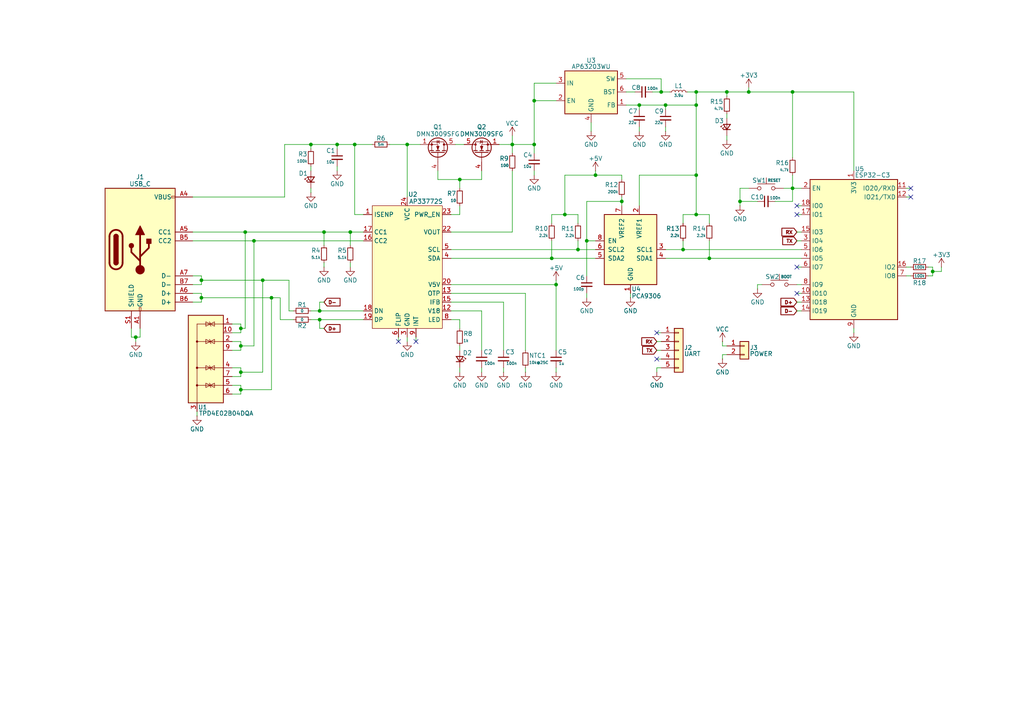
<source format=kicad_sch>
(kicad_sch (version 20231120) (generator "eeschema") (generator_version "8.0")
  (paper "A4")
  (title_block (title "ESP 32 Thermal Printer"))
  (lib_symbols
    (symbol "AP33772S:AP33772S"
      (property "Reference" "U4" (at 0.254 19.05 0))
      (property "Value" "~" (at 2.1941 19.05 0))
      (symbol "AP33772S_1_1"
        (pin bidirectional line (at -12.7 15.24 0) (length 2.54) (name "ISENP") (number "1"))
        (pin no_connect line (at -22.86 -31.75 180) (length 2.54) hide (name "NC") (number "10"))
        (pin no_connect line (at -22.86 -29.21 180) (length 2.54) hide (name "NC") (number "11"))
        (pin power_out line (at 12.7 -12.7 180) (length 2.54) (name "V18") (number "12"))
        (pin bidirectional line (at 12.7 -7.62 180) (length 2.54) (name "OTP") (number "13"))
        (pin no_connect line (at -22.86 -26.67 180) (length 2.54) hide (name "NC") (number "14"))
        (pin input line (at 12.7 -10.16 180) (length 2.54) (name "IFB") (number "15"))
        (pin bidirectional line (at -12.7 7.62 0) (length 2.54) (name "CC2") (number "16"))
        (pin bidirectional line (at -12.7 10.16 0) (length 2.54) (name "CC1") (number "17"))
        (pin bidirectional line (at -12.7 -12.7 0) (length 2.54) (name "DN") (number "18"))
        (pin bidirectional line (at -12.7 -15.24 0) (length 2.54) (name "DP") (number "19"))
        (pin no_connect line (at -22.86 -36.83 180) (length 2.54) hide (name "NC") (number "2"))
        (pin power_out line (at 12.7 -5.08 180) (length 2.54) (name "V5V") (number "20"))
        (pin no_connect line (at -22.86 -24.13 180) (length 2.54) hide (name "NC") (number "21"))
        (pin power_in line (at 12.7 10.16 180) (length 2.54) (name "VOUT") (number "22"))
        (pin power_in line (at 12.7 15.24 180) (length 2.54) (name "PWR_EN") (number "23"))
        (pin power_in line (at 0 20.32 270) (length 2.54) (name "VCC") (number "24"))
        (pin passive line (at 0 -20.32 90) (length 2.54) hide (name "GND") (number "25"))
        (pin power_in line (at 0 -20.32 90) (length 2.54) (name "GND") (number "3"))
        (pin bidirectional line (at 12.7 2.54 180) (length 2.54) (name "SDA") (number "4"))
        (pin bidirectional line (at 12.7 5.08 180) (length 2.54) (name "SCL") (number "5"))
        (pin bidirectional line (at -2.54 -20.32 90) (length 2.54) (name "FLIP") (number "6"))
        (pin no_connect line (at -22.86 -34.29 180) (length 2.54) hide (name "NC") (number "7"))
        (pin bidirectional line (at 12.7 -15.24 180) (length 2.54) (name "LED") (number "8"))
        (pin bidirectional line (at 2.54 -20.32 90) (length 2.54) (name "INT") (number "9"))
      )
    )
    (symbol "Connector:USB_C_Receptacle_USB2.0_14P" (pin_names (offset 1.016))
      (property "Reference" "J1" (at 0 21.082 0))
      (property "Value" "USB_C" (at 0 19.05 0))
      (symbol "USB_C_Receptacle_USB2.0_14P_1_1"
        (pin passive line (at 0 -22.86 90) (length 5.08) (name "GND") (number "A1"))
        (pin passive line (at 0 -22.86 90) (length 5.08) hide (name "GND") (number "A12"))
        (pin passive line (at 15.24 15.24 180) (length 5.08) (name "VBUS") (number "A4"))
        (pin bidirectional line (at 15.24 5.08 180) (length 5.08) (name "CC1") (number "A5"))
        (pin bidirectional line (at 15.24 -12.7 180) (length 5.08) (name "D+") (number "A6"))
        (pin bidirectional line (at 15.24 -7.62 180) (length 5.08) (name "D-") (number "A7"))
        (pin passive line (at 15.24 15.24 180) (length 5.08) hide (name "VBUS") (number "A9"))
        (pin passive line (at 0 -22.86 90) (length 5.08) hide (name "GND") (number "B1"))
        (pin passive line (at 0 -22.86 90) (length 5.08) hide (name "GND") (number "B12"))
        (pin passive line (at 15.24 15.24 180) (length 5.08) hide (name "VBUS") (number "B4"))
        (pin bidirectional line (at 15.24 2.54 180) (length 5.08) (name "CC2") (number "B5"))
        (pin bidirectional line (at 15.24 -15.24 180) (length 5.08) (name "D+") (number "B6"))
        (pin bidirectional line (at 15.24 -10.16 180) (length 5.08) (name "D-") (number "B7"))
        (pin passive line (at 15.24 15.24 180) (length 5.08) hide (name "VBUS") (number "B9"))
        (pin passive line (at -2.54 -22.86 90) (length 5.08) (name "SHIELD") (number "S1"))
      )
    )
    (symbol "Connector_Generic:Conn_01x02" (pin_names (offset 1.016) hide)
      (property "Reference" "J" (at 0 2.54 0))
      (property "Value" "Conn_01x02" (at 0 -5.08 0))
      (symbol "Conn_01x02_1_1"
        (pin passive line (at -5.08 0 0) (length 3.81) (name "Pin_1") (number "1"))
        (pin passive line (at -5.08 -2.54 0) (length 3.81) (name "Pin_2") (number "2"))
      )
    )
    (symbol "Connector_Generic:Conn_01x05" (pin_names (offset 1.016) hide)
      (property "Reference" "J" (at 0 7.62 0))
      (property "Value" "Conn_01x05" (at 0 -7.62 0))
      (symbol "Conn_01x05_1_1"
        (pin passive line (at -5.08 5.08 0) (length 3.81) (name "Pin_1") (number "1"))
        (pin passive line (at -5.08 2.54 0) (length 3.81) (name "Pin_2") (number "2"))
        (pin passive line (at -5.08 0 0) (length 3.81) (name "Pin_3") (number "3"))
        (pin passive line (at -5.08 -2.54 0) (length 3.81) (name "Pin_4") (number "4"))
        (pin passive line (at -5.08 -5.08 0) (length 3.81) (name "Pin_5") (number "5"))
      )
    )
    (symbol "Device:C_Small" (pin_numbers hide) (pin_names (offset 0.254) hide)
      (property "Reference" "C" (at 0.254 1.778 0))
      (property "Value" "C_Small" (at 0.254 -2.032 0))
      (symbol "C_Small_1_1"
        (pin passive line (at 0 2.54 270) (length 2.032) (name "~") (number "1"))
        (pin passive line (at 0 -2.54 90) (length 2.032) (name "~") (number "2"))
      )
    )
    (symbol "Device:LED_Small" (pin_numbers hide) (pin_names (offset 0.254) hide)
      (property "Reference" "D" (at -1.27 3.175 0))
      (property "Value" "LED_Small" (at -4.445 -2.54 0))
      (symbol "LED_Small_1_1"
        (pin passive line (at -2.54 0 0) (length 1.778) (name "K") (number "1"))
        (pin passive line (at 2.54 0 180) (length 1.778) (name "A") (number "2"))
      )
    )
    (symbol "Device:L_Small" (pin_numbers hide) (pin_names (offset 0.254) hide)
      (property "Reference" "L" (at 0.762 1.016 0))
      (property "Value" "L_Small" (at 0.762 -1.016 0))
      (symbol "L_Small_1_1"
        (pin passive line (at 0 2.54 270) (length 0.508) (name "~") (number "1"))
        (pin passive line (at 0 -2.54 90) (length 0.508) (name "~") (number "2"))
      )
    )
    (symbol "Device:R_Small" (pin_numbers hide) (pin_names (offset 0.254) hide)
      (property "Reference" "R" (at 0.762 0.508 0))
      (property "Value" "R_Small" (at 0.762 -1.016 0))
      (symbol "R_Small_1_1"
        (pin passive line (at 0 2.54 270) (length 0.762) (name "~") (number "1"))
        (pin passive line (at 0 -2.54 90) (length 0.762) (name "~") (number "2"))
      )
    )
    (symbol "Interface:PCA9306" (pin_names (offset 1.016))
      (property "Reference" "U" (at -7.62 11.43 0))
      (property "Value" "PCA9306" (at 5.08 11.43 0))
      (symbol "PCA9306_1_1"
        (pin power_in line (at 0 -12.7 90) (length 2.54) (name "GND") (number "1"))
        (pin power_in line (at -2.54 12.7 270) (length 2.54) (name "VREF1") (number "2"))
        (pin bidirectional line (at -10.16 0 0) (length 2.54) (name "SCL1") (number "3"))
        (pin bidirectional line (at -10.16 -2.54 0) (length 2.54) (name "SDA1") (number "4"))
        (pin bidirectional line (at 10.16 -2.54 180) (length 2.54) (name "SDA2") (number "5"))
        (pin bidirectional line (at 10.16 0 180) (length 2.54) (name "SCL2") (number "6"))
        (pin power_in line (at 2.54 12.7 270) (length 2.54) (name "VREF2") (number "7"))
        (pin input line (at 10.16 2.54 180) (length 2.54) (name "EN") (number "8"))
      )
    )
    (symbol "Power_Protection:TPD4E02B04DQA" (pin_names hide)
      (property "Reference" "U" (at 2.54 -11.43 0))
      (property "Value" "TPD4E02B04DQA" (at 7.62 1.905 0))
      (symbol "TPD4E02B04DQA_0_0"
        (pin passive line (at 2.54 -15.24 90) (length 2.54) (name "G") (number "3"))
      )
      (symbol "TPD4E02B04DQA_1_1"
        (pin passive line (at -7.62 10.16 0) (length 2.54) (name "IO1") (number "1"))
        (pin free line (at -7.62 7.62 0) (length 2.54) (name "NC") (number "10"))
        (pin passive line (at -7.62 5.08 0) (length 2.54) (name "IO2") (number "2"))
        (pin passive line (at -7.62 -2.54 0) (length 2.54) (name "IO3") (number "4"))
        (pin passive line (at -7.62 -7.62 0) (length 2.54) (name "IO4") (number "5"))
        (pin free line (at -7.62 -10.16 0) (length 2.54) (name "NC") (number "6"))
        (pin free line (at -7.62 -5.08 0) (length 2.54) (name "NC") (number "7"))
        (pin passive line (at 2.54 -15.24 90) (length 2.54) hide (name "G") (number "8"))
        (pin free line (at -7.62 2.54 0) (length 2.54) (name "NC") (number "9"))
      )
    )
    (symbol "RF_Module:ESP32-C3-WROOM-02"
      (property "Reference" "U5" (at 0.254 23.368 0))
      (property "Value" "ESP32-C3" (at 0.254 21.59 0))
      (symbol "ESP32-C3-WROOM-02_1_1"
        (pin power_in line (at 0 22.86 270) (length 2.54) (name "3V3") (number "1"))
        (pin bidirectional line (at -15.24 -12.7 0) (length 2.54) (name "IO10") (number "10"))
        (pin bidirectional line (at 15.24 17.78 180) (length 2.54) (name "IO20/RXD") (number "11"))
        (pin bidirectional line (at 15.24 15.24 180) (length 2.54) (name "IO21/TXD") (number "12"))
        (pin bidirectional line (at -15.24 -15.24 0) (length 2.54) (name "IO18") (number "13"))
        (pin bidirectional line (at -15.24 -17.78 0) (length 2.54) (name "IO19") (number "14"))
        (pin bidirectional line (at -15.24 5.08 0) (length 2.54) (name "IO3") (number "15"))
        (pin bidirectional line (at 15.24 -5.08 180) (length 2.54) (name "IO2") (number "16"))
        (pin bidirectional line (at -15.24 10.16 0) (length 2.54) (name "IO1") (number "17"))
        (pin bidirectional line (at -15.24 12.7 0) (length 2.54) (name "IO0") (number "18"))
        (pin passive line (at 0 -22.86 90) (length 2.54) hide (name "GND") (number "19"))
        (pin input line (at -15.24 17.78 0) (length 2.54) (name "EN") (number "2"))
        (pin bidirectional line (at -15.24 2.54 0) (length 2.54) (name "IO4") (number "3"))
        (pin bidirectional line (at -15.24 -2.54 0) (length 2.54) (name "IO5") (number "4"))
        (pin bidirectional line (at -15.24 0 0) (length 2.54) (name "IO6") (number "5"))
        (pin bidirectional line (at -15.24 -5.08 0) (length 2.54) (name "IO7") (number "6"))
        (pin bidirectional line (at 15.24 -7.62 180) (length 2.54) (name "IO8") (number "7"))
        (pin bidirectional line (at -15.24 -10.16 0) (length 2.54) (name "IO9") (number "8"))
        (pin power_in line (at 0 -22.86 90) (length 2.54) (name "GND") (number "9"))
      )
    )
    (symbol "Regulator_Switching:AP63203WU"
      (property "Reference" "U1" (at 0 10.16 0))
      (property "Value" "AP63203WU" (at 0 7.62 0))
      (symbol "AP63203WU_1_1"
        (pin input line (at 10.16 -3.81 180) (length 2.54) (name "FB") (number "1"))
        (pin input line (at -10.16 -2.54 0) (length 2.54) (name "EN") (number "2"))
        (pin power_in line (at -10.16 2.54 0) (length 2.54) (name "IN") (number "3"))
        (pin power_in line (at 0 -8.89 90) (length 2.54) (name "GND") (number "4"))
        (pin output line (at 10.16 3.81 180) (length 2.54) (name "SW") (number "5"))
        (pin passive line (at 10.16 0 180) (length 2.54) (name "BST") (number "6"))
      )
    )
    (symbol "Switch:SW_Push" (pin_numbers hide) (pin_names (offset 1.016) hide)
      (property "Reference" "SW" (at 1.27 2.54 0))
      (property "Value" "SW_Push" (at 0 -1.524 0))
      (symbol "SW_Push_0_1"
        (pin passive line (at -5.08 0 0) (length 2.54) (name "1") (number "1"))
        (pin passive line (at 5.08 0 180) (length 2.54) (name "2") (number "2"))
      )
    )
    (symbol "Transistor_FET:DMN3008SFG" (pin_names hide)
      (property "Reference" "Q" (at 5.08 1.905 0))
      (property "Value" "DMN3008SFG" (at 5.08 0 0))
      (symbol "DMN3008SFG_1_1"
        (pin passive line (at 2.54 -5.08 90) (length 2.54) (name "S") (number "1"))
        (pin passive line (at 2.54 -5.08 90) (length 2.54) hide (name "S") (number "2"))
        (pin passive line (at 2.54 -5.08 90) (length 2.54) hide (name "S") (number "3"))
        (pin passive line (at -5.08 0 0) (length 2.54) (name "G") (number "4"))
        (pin passive line (at 2.54 5.08 270) (length 2.54) (name "D") (number "5"))
      )
    )
    (symbol "power:+3V3" (power) (pin_numbers hide) (pin_names (offset 0) hide)
      (property "Value" "+3V3" (at 0 3.556 0))
      (symbol "+3V3_1_1"
        (pin power_in line (at 0 0 90) (length 0) (name "~") (number "1"))
      )
    )
    (symbol "power:+5V" (power) (pin_numbers hide) (pin_names (offset 0) hide)
      (property "Value" "+5V" (at 0 3.556 0))
      (symbol "+5V_1_1"
        (pin power_in line (at 0 0 90) (length 0) (name "~") (number "1"))
      )
    )
    (symbol "power:GND" (power) (pin_numbers hide) (pin_names (offset 0) hide)
      (property "Value" "GND" (at 0 -3.81 0))
      (symbol "GND_1_1"
        (pin power_in line (at 0 0 270) (length 0) (name "~") (number "1"))
      )
    )
    (symbol "power:VCC" (power) (pin_numbers hide) (pin_names (offset 0) hide)
      (property "Value" "VCC" (at 0 3.556 0))
      (symbol "VCC_1_1"
        (pin power_in line (at 0 0 90) (length 0) (name "~") (number "1"))
      )
    )
  )
  (junction (at 161.29 82.55))
  (junction (at 270.51 78.74))
  (junction (at 101.6 67.31))
  (junction (at 185.42 30.48))
  (junction (at 167.64 72.39))
  (junction (at 93.98 67.31))
  (junction (at 229.87 26.67))
  (junction (at 78.74 86.36))
  (junction (at 58.42 81.28))
  (junction (at 191.77 26.67))
  (junction (at 73.66 69.85))
  (junction (at 148.59 41.91))
  (junction (at 198.12 72.39))
  (junction (at 39.37 97.79))
  (junction (at 160.02 74.93))
  (junction (at 172.72 50.8))
  (junction (at 229.87 54.61))
  (junction (at 76.2 81.28))
  (junction (at 201.93 30.48))
  (junction (at 58.42 86.36))
  (junction (at 71.12 67.31))
  (junction (at 69.85 95.25))
  (junction (at 90.17 41.91))
  (junction (at 102.87 41.91))
  (junction (at 118.11 41.91))
  (junction (at 210.82 26.67))
  (junction (at 154.94 41.91))
  (junction (at 133.35 52.07))
  (junction (at 69.85 113.03))
  (junction (at 201.93 50.8))
  (junction (at 217.17 26.67))
  (junction (at 214.63 58.42))
  (junction (at 163.83 62.23))
  (junction (at 92.71 92.71))
  (junction (at 180.34 58.42))
  (junction (at 170.18 69.85))
  (junction (at 69.85 100.33))
  (junction (at 193.04 30.48))
  (junction (at 92.71 90.17))
  (junction (at 69.85 107.95))
  (junction (at 97.79 41.91))
  (junction (at 201.93 62.23))
  (junction (at 205.74 74.93))
  (junction (at 154.94 29.21))
  (junction (at 201.93 26.67))
  (no_connect (at 264.16 57.15))
  (no_connect (at 190.5 96.52))
  (no_connect (at 231.14 59.69))
  (no_connect (at 190.5 104.14))
  (no_connect (at 120.65 99.06))
  (no_connect (at 264.16 54.61))
  (no_connect (at 231.14 77.47))
  (no_connect (at 231.14 62.23))
  (no_connect (at 231.14 85.09))
  (no_connect (at 115.57 99.06))
  (wire (pts (xy 115.57 97.79) (xy 115.57 99.06)))
  (wire (pts (xy 92.71 92.71) (xy 105.41 92.71)))
  (wire (pts (xy 185.42 30.48) (xy 185.42 31.75)))
  (wire (pts (xy 247.65 95.25) (xy 247.65 96.52)))
  (wire (pts (xy 97.79 41.91) (xy 97.79 43.18)))
  (wire (pts (xy 205.74 69.85) (xy 205.74 74.93)))
  (wire (pts (xy 132.08 41.91) (xy 134.62 41.91)))
  (wire (pts (xy 170.18 69.85) (xy 170.18 80.01)))
  (wire (pts (xy 118.11 41.91) (xy 118.11 57.15)))
  (wire (pts (xy 130.81 72.39) (xy 167.64 72.39)))
  (wire (pts (xy 231.14 77.47) (xy 232.41 77.47)))
  (wire (pts (xy 229.87 26.67) (xy 229.87 45.72)))
  (wire (pts (xy 154.94 41.91) (xy 154.94 44.45)))
  (wire (pts (xy 163.83 50.8) (xy 163.83 62.23)))
  (wire (pts (xy 73.66 69.85) (xy 105.41 69.85)))
  (wire (pts (xy 185.42 36.83) (xy 185.42 38.1)))
  (wire (pts (xy 180.34 57.15) (xy 180.34 58.42)))
  (wire (pts (xy 69.85 101.6) (xy 69.85 100.33)))
  (wire (pts (xy 273.05 78.74) (xy 273.05 77.47)))
  (wire (pts (xy 69.85 100.33) (xy 73.66 100.33)))
  (wire (pts (xy 160.02 62.23) (xy 163.83 62.23)))
  (wire (pts (xy 205.74 64.77) (xy 205.74 62.23)))
  (wire (pts (xy 214.63 58.42) (xy 214.63 59.69)))
  (wire (pts (xy 193.04 72.39) (xy 198.12 72.39)))
  (wire (pts (xy 209.55 102.87) (xy 209.55 104.14)))
  (wire (pts (xy 93.98 87.63) (xy 92.71 87.63)))
  (wire (pts (xy 133.35 92.71) (xy 133.35 95.25)))
  (wire (pts (xy 148.59 41.91) (xy 148.59 44.45)))
  (wire (pts (xy 270.51 78.74) (xy 270.51 77.47)))
  (wire (pts (xy 38.1 95.25) (xy 38.1 97.79)))
  (wire (pts (xy 69.85 114.3) (xy 69.85 113.03)))
  (wire (pts (xy 148.59 41.91) (xy 154.94 41.91)))
  (wire (pts (xy 38.1 97.79) (xy 39.37 97.79)))
  (wire (pts (xy 58.42 87.63) (xy 55.88 87.63)))
  (wire (pts (xy 92.71 92.71) (xy 92.71 95.25)))
  (wire (pts (xy 154.94 49.53) (xy 154.94 50.8)))
  (wire (pts (xy 193.04 30.48) (xy 193.04 31.75)))
  (wire (pts (xy 67.31 93.98) (xy 69.85 93.98)))
  (wire (pts (xy 139.7 101.6) (xy 139.7 90.17)))
  (wire (pts (xy 191.77 22.86) (xy 191.77 26.67)))
  (wire (pts (xy 85.09 90.17) (xy 83.82 90.17)))
  (wire (pts (xy 210.82 33.02) (xy 210.82 34.29)))
  (wire (pts (xy 190.5 104.14) (xy 191.77 104.14)))
  (wire (pts (xy 167.64 62.23) (xy 167.64 64.77)))
  (wire (pts (xy 130.81 87.63) (xy 146.05 87.63)))
  (wire (pts (xy 127 49.53) (xy 127 52.07)))
  (wire (pts (xy 133.35 52.07) (xy 133.35 54.61)))
  (wire (pts (xy 67.31 111.76) (xy 69.85 111.76)))
  (wire (pts (xy 180.34 50.8) (xy 180.34 52.07)))
  (wire (pts (xy 101.6 76.2) (xy 101.6 77.47)))
  (wire (pts (xy 102.87 41.91) (xy 102.87 62.23)))
  (wire (pts (xy 163.83 62.23) (xy 167.64 62.23)))
  (wire (pts (xy 161.29 101.6) (xy 161.29 82.55)))
  (wire (pts (xy 69.85 95.25) (xy 71.12 95.25)))
  (wire (pts (xy 170.18 85.09) (xy 170.18 86.36)))
  (wire (pts (xy 205.74 74.93) (xy 232.41 74.93)))
  (wire (pts (xy 130.81 92.71) (xy 133.35 92.71)))
  (wire (pts (xy 231.14 67.31) (xy 232.41 67.31)))
  (wire (pts (xy 231.14 87.63) (xy 232.41 87.63)))
  (wire (pts (xy 127 52.07) (xy 133.35 52.07)))
  (wire (pts (xy 144.78 41.91) (xy 148.59 41.91)))
  (wire (pts (xy 92.71 95.25) (xy 93.98 95.25)))
  (wire (pts (xy 67.31 99.06) (xy 69.85 99.06)))
  (wire (pts (xy 139.7 52.07) (xy 139.7 49.53)))
  (wire (pts (xy 229.87 58.42) (xy 229.87 54.61)))
  (wire (pts (xy 172.72 49.53) (xy 172.72 50.8)))
  (wire (pts (xy 231.14 69.85) (xy 232.41 69.85)))
  (wire (pts (xy 161.29 81.28) (xy 161.29 82.55)))
  (wire (pts (xy 160.02 69.85) (xy 160.02 74.93)))
  (wire (pts (xy 101.6 67.31) (xy 105.41 67.31)))
  (wire (pts (xy 133.35 62.23) (xy 130.81 62.23)))
  (wire (pts (xy 163.83 50.8) (xy 172.72 50.8)))
  (wire (pts (xy 58.42 81.28) (xy 58.42 82.55)))
  (wire (pts (xy 69.85 113.03) (xy 78.74 113.03)))
  (wire (pts (xy 210.82 26.67) (xy 210.82 27.94)))
  (wire (pts (xy 93.98 67.31) (xy 101.6 67.31)))
  (wire (pts (xy 160.02 74.93) (xy 172.72 74.93)))
  (wire (pts (xy 57.15 119.38) (xy 57.15 120.65)))
  (wire (pts (xy 58.42 81.28) (xy 76.2 81.28)))
  (wire (pts (xy 118.11 97.79) (xy 118.11 99.06)))
  (wire (pts (xy 67.31 96.52) (xy 69.85 96.52)))
  (wire (pts (xy 152.4 85.09) (xy 152.4 101.6)))
  (wire (pts (xy 227.33 54.61) (xy 229.87 54.61)))
  (wire (pts (xy 93.98 76.2) (xy 93.98 77.47)))
  (wire (pts (xy 83.82 90.17) (xy 83.82 81.28)))
  (wire (pts (xy 205.74 62.23) (xy 201.93 62.23)))
  (wire (pts (xy 133.35 59.69) (xy 133.35 62.23)))
  (wire (pts (xy 139.7 106.68) (xy 139.7 107.95)))
  (wire (pts (xy 55.88 80.01) (xy 58.42 80.01)))
  (wire (pts (xy 55.88 67.31) (xy 71.12 67.31)))
  (wire (pts (xy 146.05 87.63) (xy 146.05 101.6)))
  (wire (pts (xy 190.5 96.52) (xy 191.77 96.52)))
  (wire (pts (xy 90.17 48.26) (xy 90.17 49.53)))
  (wire (pts (xy 90.17 41.91) (xy 90.17 43.18)))
  (wire (pts (xy 90.17 41.91) (xy 97.79 41.91)))
  (wire (pts (xy 219.71 82.55) (xy 219.71 83.82)))
  (wire (pts (xy 93.98 67.31) (xy 93.98 71.12)))
  (wire (pts (xy 78.74 86.36) (xy 78.74 113.03)))
  (wire (pts (xy 231.14 59.69) (xy 232.41 59.69)))
  (wire (pts (xy 185.42 30.48) (xy 193.04 30.48)))
  (wire (pts (xy 130.81 85.09) (xy 152.4 85.09)))
  (wire (pts (xy 201.93 26.67) (xy 201.93 30.48)))
  (wire (pts (xy 224.79 58.42) (xy 229.87 58.42)))
  (wire (pts (xy 201.93 62.23) (xy 198.12 62.23)))
  (wire (pts (xy 133.35 52.07) (xy 139.7 52.07)))
  (wire (pts (xy 130.81 74.93) (xy 160.02 74.93)))
  (wire (pts (xy 201.93 26.67) (xy 210.82 26.67)))
  (wire (pts (xy 201.93 30.48) (xy 201.93 50.8)))
  (wire (pts (xy 214.63 54.61) (xy 217.17 54.61)))
  (wire (pts (xy 81.28 86.36) (xy 81.28 92.71)))
  (wire (pts (xy 40.64 95.25) (xy 40.64 97.79)))
  (wire (pts (xy 190.5 101.6) (xy 191.77 101.6)))
  (wire (pts (xy 191.77 106.68) (xy 190.5 106.68)))
  (wire (pts (xy 190.5 106.68) (xy 190.5 107.95)))
  (wire (pts (xy 67.31 101.6) (xy 69.85 101.6)))
  (wire (pts (xy 82.55 41.91) (xy 90.17 41.91)))
  (wire (pts (xy 69.85 95.25) (xy 69.85 93.98)))
  (wire (pts (xy 262.89 77.47) (xy 264.16 77.47)))
  (wire (pts (xy 182.88 85.09) (xy 182.88 86.36)))
  (wire (pts (xy 210.82 39.37) (xy 210.82 40.64)))
  (wire (pts (xy 69.85 107.95) (xy 69.85 106.68)))
  (wire (pts (xy 181.61 22.86) (xy 191.77 22.86)))
  (wire (pts (xy 172.72 50.8) (xy 180.34 50.8)))
  (wire (pts (xy 97.79 48.26) (xy 97.79 49.53)))
  (wire (pts (xy 130.81 67.31) (xy 148.59 67.31)))
  (wire (pts (xy 69.85 113.03) (xy 69.85 111.76)))
  (wire (pts (xy 82.55 41.91) (xy 82.55 57.15)))
  (wire (pts (xy 152.4 106.68) (xy 152.4 107.95)))
  (wire (pts (xy 193.04 30.48) (xy 201.93 30.48)))
  (wire (pts (xy 120.65 97.79) (xy 120.65 99.06)))
  (wire (pts (xy 171.45 35.56) (xy 171.45 38.1)))
  (wire (pts (xy 181.61 26.67) (xy 184.15 26.67)))
  (wire (pts (xy 217.17 26.67) (xy 229.87 26.67)))
  (wire (pts (xy 58.42 80.01) (xy 58.42 81.28)))
  (wire (pts (xy 81.28 92.71) (xy 85.09 92.71)))
  (wire (pts (xy 167.64 69.85) (xy 167.64 72.39)))
  (wire (pts (xy 270.51 78.74) (xy 273.05 78.74)))
  (wire (pts (xy 39.37 97.79) (xy 39.37 99.06)))
  (wire (pts (xy 105.41 90.17) (xy 92.71 90.17)))
  (wire (pts (xy 92.71 90.17) (xy 90.17 90.17)))
  (wire (pts (xy 154.94 24.13) (xy 161.29 24.13)))
  (wire (pts (xy 172.72 72.39) (xy 167.64 72.39)))
  (wire (pts (xy 180.34 58.42) (xy 180.34 59.69)))
  (wire (pts (xy 69.85 96.52) (xy 69.85 95.25)))
  (wire (pts (xy 231.14 62.23) (xy 232.41 62.23)))
  (wire (pts (xy 90.17 92.71) (xy 92.71 92.71)))
  (wire (pts (xy 55.88 69.85) (xy 73.66 69.85)))
  (wire (pts (xy 90.17 54.61) (xy 90.17 55.88)))
  (wire (pts (xy 190.5 99.06) (xy 191.77 99.06)))
  (wire (pts (xy 71.12 67.31) (xy 71.12 95.25)))
  (wire (pts (xy 102.87 41.91) (xy 107.95 41.91)))
  (wire (pts (xy 161.29 82.55) (xy 130.81 82.55)))
  (wire (pts (xy 69.85 100.33) (xy 69.85 99.06)))
  (wire (pts (xy 92.71 87.63) (xy 92.71 90.17)))
  (wire (pts (xy 198.12 62.23) (xy 198.12 64.77)))
  (wire (pts (xy 269.24 77.47) (xy 270.51 77.47)))
  (wire (pts (xy 78.74 86.36) (xy 81.28 86.36)))
  (wire (pts (xy 69.85 107.95) (xy 76.2 107.95)))
  (wire (pts (xy 113.03 41.91) (xy 118.11 41.91)))
  (wire (pts (xy 210.82 100.33) (xy 209.55 100.33)))
  (wire (pts (xy 209.55 99.06) (xy 209.55 100.33)))
  (wire (pts (xy 55.88 85.09) (xy 58.42 85.09)))
  (wire (pts (xy 58.42 82.55) (xy 55.88 82.55)))
  (wire (pts (xy 73.66 100.33) (xy 73.66 69.85)))
  (wire (pts (xy 67.31 114.3) (xy 69.85 114.3)))
  (wire (pts (xy 146.05 106.68) (xy 146.05 107.95)))
  (wire (pts (xy 198.12 72.39) (xy 232.41 72.39)))
  (wire (pts (xy 154.94 29.21) (xy 154.94 24.13)))
  (wire (pts (xy 133.35 106.68) (xy 133.35 107.95)))
  (wire (pts (xy 210.82 26.67) (xy 217.17 26.67)))
  (wire (pts (xy 201.93 26.67) (xy 199.39 26.67)))
  (wire (pts (xy 139.7 90.17) (xy 130.81 90.17)))
  (wire (pts (xy 214.63 58.42) (xy 214.63 54.61)))
  (wire (pts (xy 229.87 50.8) (xy 229.87 54.61)))
  (wire (pts (xy 229.87 54.61) (xy 232.41 54.61)))
  (wire (pts (xy 231.14 82.55) (xy 232.41 82.55)))
  (wire (pts (xy 219.71 58.42) (xy 214.63 58.42)))
  (wire (pts (xy 71.12 67.31) (xy 93.98 67.31)))
  (wire (pts (xy 97.79 41.91) (xy 102.87 41.91)))
  (wire (pts (xy 161.29 106.68) (xy 161.29 107.95)))
  (wire (pts (xy 231.14 90.17) (xy 232.41 90.17)))
  (wire (pts (xy 170.18 69.85) (xy 172.72 69.85)))
  (wire (pts (xy 191.77 26.67) (xy 194.31 26.67)))
  (wire (pts (xy 133.35 100.33) (xy 133.35 101.6)))
  (wire (pts (xy 160.02 64.77) (xy 160.02 62.23)))
  (wire (pts (xy 185.42 50.8) (xy 185.42 59.69)))
  (wire (pts (xy 270.51 80.01) (xy 270.51 78.74)))
  (wire (pts (xy 58.42 86.36) (xy 58.42 87.63)))
  (wire (pts (xy 67.31 106.68) (xy 69.85 106.68)))
  (wire (pts (xy 229.87 26.67) (xy 247.65 26.67)))
  (wire (pts (xy 170.18 58.42) (xy 170.18 69.85)))
  (wire (pts (xy 58.42 85.09) (xy 58.42 86.36)))
  (wire (pts (xy 198.12 69.85) (xy 198.12 72.39)))
  (wire (pts (xy 118.11 41.91) (xy 121.92 41.91)))
  (wire (pts (xy 76.2 107.95) (xy 76.2 81.28)))
  (wire (pts (xy 58.42 86.36) (xy 78.74 86.36)))
  (wire (pts (xy 231.14 85.09) (xy 232.41 85.09)))
  (wire (pts (xy 262.89 57.15) (xy 264.16 57.15)))
  (wire (pts (xy 102.87 62.23) (xy 105.41 62.23)))
  (wire (pts (xy 262.89 80.01) (xy 264.16 80.01)))
  (wire (pts (xy 217.17 25.4) (xy 217.17 26.67)))
  (wire (pts (xy 69.85 109.22) (xy 69.85 107.95)))
  (wire (pts (xy 67.31 109.22) (xy 69.85 109.22)))
  (wire (pts (xy 148.59 49.53) (xy 148.59 67.31)))
  (wire (pts (xy 247.65 49.53) (xy 247.65 26.67)))
  (wire (pts (xy 148.59 39.37) (xy 148.59 41.91)))
  (wire (pts (xy 55.88 57.15) (xy 82.55 57.15)))
  (wire (pts (xy 76.2 81.28) (xy 83.82 81.28)))
  (wire (pts (xy 269.24 80.01) (xy 270.51 80.01)))
  (wire (pts (xy 262.89 54.61) (xy 264.16 54.61)))
  (wire (pts (xy 101.6 67.31) (xy 101.6 71.12)))
  (wire (pts (xy 154.94 29.21) (xy 161.29 29.21)))
  (wire (pts (xy 210.82 102.87) (xy 209.55 102.87)))
  (wire (pts (xy 154.94 29.21) (xy 154.94 41.91)))
  (wire (pts (xy 201.93 50.8) (xy 201.93 62.23)))
  (wire (pts (xy 180.34 58.42) (xy 170.18 58.42)))
  (wire (pts (xy 193.04 74.93) (xy 205.74 74.93)))
  (wire (pts (xy 193.04 36.83) (xy 193.04 38.1)))
  (wire (pts (xy 181.61 30.48) (xy 185.42 30.48)))
  (wire (pts (xy 220.98 82.55) (xy 219.71 82.55)))
  (wire (pts (xy 39.37 97.79) (xy 40.64 97.79)))
  (wire (pts (xy 201.93 50.8) (xy 185.42 50.8)))
  (wire (pts (xy 189.23 26.67) (xy 191.77 26.67)))
  (global_label "D+" (shape input) (at 93.98 95.25 0) (effects (font (size 1 1) (thickness 0.254) (bold yes))) (property "Intersheetrefs" "${INTERSHEET_REFS}" (effects (hide yes))))
  (global_label "RX" (shape input) (at 231.14 67.31 180) (effects (font (size 1 1) (thickness 0.254) (bold yes))) (property "Intersheetrefs" "${INTERSHEET_REFS}" (effects (hide yes))))
  (global_label "TX" (shape input) (at 231.14 69.85 180) (effects (font (size 1 1) (thickness 0.254) (bold yes))) (property "Intersheetrefs" "${INTERSHEET_REFS}" (effects (hide yes))))
  (global_label "RX" (shape input) (at 190.5 99.06 180) (effects (font (size 1 1) (thickness 0.254) (bold yes))) (property "Intersheetrefs" "${INTERSHEET_REFS}" (effects (hide yes))))
  (global_label "D+" (shape input) (at 231.14 87.63 180) (effects (font (size 1 1) (thickness 0.254) (bold yes))) (property "Intersheetrefs" "${INTERSHEET_REFS}" (effects (hide yes))))
  (global_label "D-" (shape input) (at 231.14 90.17 180) (effects (font (size 1 1) (thickness 0.254) (bold yes))) (property "Intersheetrefs" "${INTERSHEET_REFS}" (effects (hide yes))))
  (global_label "D-" (shape input) (at 93.98 87.63 0) (effects (font (size 1 1) (thickness 0.254) (bold yes))) (property "Intersheetrefs" "${INTERSHEET_REFS}" (effects (hide yes))))
  (global_label "TX" (shape input) (at 190.5 101.6 180) (effects (font (size 1 1) (thickness 0.254) (bold yes))) (property "Intersheetrefs" "${INTERSHEET_REFS}" (effects (hide yes))))
  (symbol (lib_id "Transistor_FET:DMN3008SFG") (at 139.7 44.45 90) (unit 1)
    (property "Reference" "Q2" (at 139.7 36.83 90))
    (property "Value" "DMN3009SFG" (at 139.7 38.862 90))
    (property "Footprint" "Package_SON:Diodes_PowerDI3333-8" (effects (hide yes)))
    (property "Datasheet" "https://www.diodes.com/assets/Datasheets/DMN3008SFG.pdf" (effects (hide yes)))
    (property "Description" "17.6A Id, 30V Vds, N-Channel Power MOSFET, 4.4mOhm Ron, 86nC Qg (typ), PowerDI3333-8" (effects (hide yes)))
  )
  (symbol (lib_id "Interface:PCA9306") (at 182.88 72.39 0) (mirror y) (unit 1)
    (property "Reference" "U4" (at 183.134 83.82 0) (effects (justify right)))
    (property "Value" "PCA9306" (at 183.134 85.852 0) (effects (justify right)))
    (property "Datasheet" "http://www.ti.com/lit/ds/symlink/pca9306.pdf" (effects (hide yes)))
    (property "Description" "Dual bidirectional I2C Bus and SMBus voltage level translator" (effects (hide yes)))
  )
  (symbol (lib_id "power:GND") (at 190.5 107.95 0) (mirror y) (unit 1)
    (property "Reference" "#PWR028" (effects (hide yes)))
    (property "Value" "GND" (at 190.5 111.76 0))
    (property "Description" "Power symbol creates a global label with name \"GND\" , ground" (effects (hide yes)))
  )
  (symbol (lib_id "power:GND") (at 209.55 104.14 0) (mirror y) (unit 1)
    (property "Reference" "#PWR029" (effects (hide yes)))
    (property "Value" "GND" (at 209.55 107.95 0))
    (property "Description" "Power symbol creates a global label with name \"GND\" , ground" (effects (hide yes)))
  )
  (symbol (lib_id "Transistor_FET:DMN3008SFG") (at 127 44.45 270) (mirror x) (unit 1)
    (property "Reference" "Q1" (at 127 36.83 90))
    (property "Value" "DMN3009SFG" (at 127 38.862 90))
    (property "Footprint" "Package_SON:Diodes_PowerDI3333-8" (effects (hide yes)))
    (property "Datasheet" "https://www.diodes.com/assets/Datasheets/DMN3008SFG.pdf" (effects (hide yes)))
    (property "Description" "17.6A Id, 30V Vds, N-Channel Power MOSFET, 4.4mOhm Ron, 86nC Qg (typ), PowerDI3333-8" (effects (hide yes)))
  )
  (symbol (lib_id "power:+5V") (at 172.72 49.53 0) (mirror y) (unit 1)
    (property "Reference" "#PWR017" (effects (hide yes)))
    (property "Value" "+5V" (at 172.72 45.974 0))
    (property "Description" "Power symbol creates a global label with name \"+5V\"" (effects (hide yes)))
  )
  (symbol (lib_id "Device:R_Small") (at 133.35 97.79 0) (unit 1)
    (property "Reference" "R8" (at 134.366 96.774 0) (effects (justify left)))
    (property "Value" "1k" (at 134.366 98.806 0) (effects (font (size 0.8 0.8)) (justify left)))
    (property "Footprint" "Resistor_SMD:R_0402_1005Metric" (effects (hide yes)))
    (property "Description" "Resistor, small symbol" (effects (hide yes)))
  )
  (symbol (lib_id "power:GND") (at 210.82 40.64 0) (mirror y) (unit 1)
    (property "Reference" "#PWR022" (effects (hide yes)))
    (property "Value" "GND" (at 210.82 44.45 0))
    (property "Description" "Power symbol creates a global label with name \"GND\" , ground" (effects (hide yes)))
  )
  (symbol (lib_id "power:GND") (at 247.65 96.52 0) (mirror y) (unit 1)
    (property "Reference" "#PWR024" (effects (hide yes)))
    (property "Value" "GND" (at 247.65 100.33 0))
    (property "Description" "Power symbol creates a global label with name \"GND\" , ground" (effects (hide yes)))
  )
  (symbol (lib_id "power:VCC") (at 209.55 99.06 0) (unit 1)
    (property "Reference" "#PWR030" (effects (hide yes)))
    (property "Value" "VCC" (at 209.55 95.504 0))
    (property "Description" "Power symbol creates a global label with name \"VCC\"" (effects (hide yes)))
  )
  (symbol (lib_id "Device:R_Small") (at 180.34 54.61 0) (mirror y) (unit 1)
    (property "Reference" "R12" (at 179.324 53.594 0) (effects (justify left)))
    (property "Value" "200k" (at 179.324 55.626 0) (effects (font (size 0.8 0.8)) (justify left)))
    (property "Footprint" "Resistor_SMD:R_0402_1005Metric" (effects (hide yes)))
    (property "Description" "Resistor, small symbol" (effects (hide yes)))
  )
  (symbol (lib_id "power:GND") (at 170.18 86.36 0) (mirror y) (unit 1)
    (property "Reference" "#PWR015" (effects (hide yes)))
    (property "Value" "GND" (at 170.18 90.17 0))
    (property "Description" "Power symbol creates a global label with name \"GND\" , ground" (effects (hide yes)))
  )
  (symbol (lib_id "Connector_Generic:Conn_01x05") (at 196.85 101.6 0) (unit 1)
    (property "Reference" "J2" (at 198.374 100.838 0) (effects (justify left)))
    (property "Value" "UART" (at 198.374 102.616 0) (effects (justify left)))
    (property "Footprint" "Connector_JST:JST_PH_B4B-PH-K_1x04_P2.00mm_Vertical" (effects (hide yes)))
    (property "Description" "Generic connector, single row, 01x05, script generated (kicad-library-utils/schlib/autogen/connector/)" (effects (hide yes)))
  )
  (symbol (lib_id "power:GND") (at 90.17 55.88 0) (mirror y) (unit 1)
    (property "Reference" "#PWR03" (effects (hide yes)))
    (property "Value" "GND" (at 90.17 59.69 0))
    (property "Description" "Power symbol creates a global label with name \"GND\" , ground" (effects (hide yes)))
  )
  (symbol (lib_id "Device:R_Small") (at 133.35 57.15 0) (mirror y) (unit 1)
    (property "Reference" "R7" (at 132.334 56.134 0) (effects (justify left)))
    (property "Value" "10" (at 132.334 58.166 0) (effects (font (size 0.8 0.8)) (justify left)))
    (property "Footprint" "Resistor_SMD:R_0402_1005Metric" (effects (hide yes)))
    (property "Description" "Resistor, small symbol" (effects (hide yes)))
  )
  (symbol (lib_id "Device:R_Small") (at 167.64 67.31 0) (mirror y) (unit 1)
    (property "Reference" "R11" (at 166.624 66.294 0) (effects (justify left)))
    (property "Value" "2.2k" (at 166.624 68.326 0) (effects (font (size 0.8 0.8)) (justify left)))
    (property "Footprint" "Resistor_SMD:R_0402_1005Metric" (effects (hide yes)))
    (property "Description" "Resistor, small symbol" (effects (hide yes)))
  )
  (symbol (lib_id "power:GND") (at 118.11 99.06 0) (unit 1)
    (property "Reference" "#PWR07" (effects (hide yes)))
    (property "Value" "GND" (at 118.11 102.87 0))
    (property "Description" "Power symbol creates a global label with name \"GND\" , ground" (effects (hide yes)))
  )
  (symbol (lib_id "power:GND") (at 152.4 107.95 0) (unit 1)
    (property "Reference" "#PWR011" (effects (hide yes)))
    (property "Value" "GND" (at 152.4 111.76 0))
    (property "Description" "Power symbol creates a global label with name \"GND\" , ground" (effects (hide yes)))
  )
  (symbol (lib_id "Device:C_Small") (at 222.25 58.42 90) (unit 1)
    (property "Reference" "C10" (at 217.678 57.15 90) (effects (justify right)))
    (property "Value" "100n" (at 223.266 57.404 90) (effects (font (size 0.8 0.8)) (justify right)))
    (property "Footprint" "Capacitor_SMD:C_0402_1005Metric" (effects (hide yes)))
    (property "Description" "Unpolarized capacitor, small symbol" (effects (hide yes)))
  )
  (symbol (lib_id "power:GND") (at 93.98 77.47 0) (mirror y) (unit 1)
    (property "Reference" "#PWR04" (effects (hide yes)))
    (property "Value" "GND" (at 93.98 81.28 0))
    (property "Description" "Power symbol creates a global label with name \"GND\" , ground" (effects (hide yes)))
  )
  (symbol (lib_id "power:GND") (at 161.29 107.95 0) (unit 1)
    (property "Reference" "#PWR014" (effects (hide yes)))
    (property "Value" "GND" (at 161.29 111.76 0))
    (property "Description" "Power symbol creates a global label with name \"GND\" , ground" (effects (hide yes)))
  )
  (symbol (lib_id "power:GND") (at 139.7 107.95 0) (unit 1)
    (property "Reference" "#PWR09" (effects (hide yes)))
    (property "Value" "GND" (at 139.7 111.76 0))
    (property "Description" "Power symbol creates a global label with name \"GND\" , ground" (effects (hide yes)))
  )
  (symbol (lib_id "power:+3V3") (at 273.05 77.47 0) (mirror y) (unit 1)
    (property "Reference" "#PWR027" (effects (hide yes)))
    (property "Value" "+3V3" (at 273.05 73.914 0))
    (property "Description" "Power symbol creates a global label with name \"+3V3\"" (effects (hide yes)))
  )
  (symbol (lib_id "Device:R_Small") (at 87.63 90.17 90) (mirror x) (unit 1)
    (property "Reference" "R1" (at 87.63 88.392 90))
    (property "Value" "0" (at 87.63 90.17 90) (effects (font (size 0.8 0.8))))
    (property "Footprint" "Resistor_SMD:R_0402_1005Metric" (effects (hide yes)))
    (property "Description" "Resistor, small symbol" (effects (hide yes)))
  )
  (symbol (lib_id "Connector_Generic:Conn_01x02") (at 215.9 100.33 0) (unit 1)
    (property "Reference" "J3" (at 217.424 100.838 0) (effects (justify left)))
    (property "Value" "POWER" (at 217.424 102.616 0) (effects (justify left)))
    (property "Description" "Generic connector, single row, 01x02, script generated (kicad-library-utils/schlib/autogen/connector/)" (effects (hide yes)))
  )
  (symbol (lib_id "Connector:USB_C_Receptacle_USB2.0_14P") (at 40.64 72.39 0) (unit 1)
    (property "Reference" "J1" (at 40.64 51.308 0))
    (property "Value" "USB_C" (at 40.64 53.34 0))
    (property "Footprint" "Connector_USB:USB_C_Receptacle_JAE_DX07S016JA1R1500" (effects (hide yes)))
    (property "Datasheet" "https://www.usb.org/sites/default/files/documents/usb_type-c.zip" (effects (hide yes)))
    (property "Description" "USB 2.0-only 14P Type-C Receptacle connector" (effects (hide yes)))
  )
  (symbol (lib_id "Device:LED_Small") (at 210.82 36.83 90) (unit 1)
    (property "Reference" "D3" (at 207.264 35.052 90) (effects (justify right)))
    (property "Value" "LED_Small" (effects (hide yes)))
    (property "Footprint" "LED_SMD:LED_0402_1005Metric" (effects (hide yes)))
    (property "Description" "Light emitting diode, small symbol" (effects (hide yes)))
  )
  (symbol (lib_id "Device:R_Small") (at 148.59 46.99 0) (mirror y) (unit 1)
    (property "Reference" "R9" (at 147.574 45.974 0) (effects (justify left)))
    (property "Value" "100" (at 147.574 48.006 0) (effects (font (size 0.8 0.8)) (justify left)))
    (property "Footprint" "Resistor_SMD:R_0402_1005Metric" (effects (hide yes)))
    (property "Description" "Resistor, small symbol" (effects (hide yes)))
  )
  (symbol (lib_id "Device:R_Small") (at 101.6 73.66 0) (mirror y) (unit 1)
    (property "Reference" "R5" (at 100.584 72.644 0) (effects (justify left)))
    (property "Value" "5.1k" (at 100.584 74.676 0) (effects (font (size 0.8 0.8)) (justify left)))
    (property "Footprint" "Resistor_SMD:R_0402_1005Metric" (effects (hide yes)))
    (property "Description" "Resistor, small symbol" (effects (hide yes)))
  )
  (symbol (lib_id "Device:C_Small") (at 170.18 82.55 0) (unit 1)
    (property "Reference" "C6" (at 169.672 80.518 0) (effects (justify right)))
    (property "Value" "100p" (at 169.418 83.82 0) (effects (font (size 0.8 0.8)) (justify right)))
    (property "Footprint" "Capacitor_SMD:C_0402_1005Metric" (effects (hide yes)))
    (property "Description" "Unpolarized capacitor, small symbol" (effects (hide yes)))
  )
  (symbol (lib_id "power:VCC") (at 148.59 39.37 0) (unit 1)
    (property "Reference" "#PWR025" (effects (hide yes)))
    (property "Value" "VCC" (at 148.59 35.814 0))
    (property "Description" "Power symbol creates a global label with name \"VCC\"" (effects (hide yes)))
  )
  (symbol (lib_id "power:+5V") (at 161.29 81.28 0) (mirror y) (unit 1)
    (property "Reference" "#PWR013" (effects (hide yes)))
    (property "Value" "+5V" (at 161.29 77.724 0))
    (property "Description" "Power symbol creates a global label with name \"+5V\"" (effects (hide yes)))
  )
  (symbol (lib_id "Device:LED_Small") (at 90.17 52.07 90) (unit 1)
    (property "Reference" "D1" (at 86.614 50.292 90) (effects (justify right)))
    (property "Value" "LED_Small" (effects (hide yes)))
    (property "Footprint" "LED_SMD:LED_0402_1005Metric" (effects (hide yes)))
    (property "Description" "Light emitting diode, small symbol" (effects (hide yes)))
  )
  (symbol (lib_id "Switch:SW_Push") (at 226.06 82.55 0) (unit 1)
    (property "Reference" "SW2" (at 226.06 80.264 0) (effects (justify right)))
    (property "Value" "BOOT" (at 226.314 80.264 0) (effects (font (size 0.8 0.8) (thickness 0.2) (bold yes)) (justify left)))
    (property "Footprint" "Button_Switch_SMD:SW_Push_1P1T_NO_CK_KMR2" (effects (hide yes)))
    (property "Description" "Push button switch, generic, two pins" (effects (hide yes)))
  )
  (symbol (lib_id "power:GND") (at 214.63 59.69 0) (mirror y) (unit 1)
    (property "Reference" "#PWR023" (effects (hide yes)))
    (property "Value" "GND" (at 214.63 63.5 0))
    (property "Description" "Power symbol creates a global label with name \"GND\" , ground" (effects (hide yes)))
  )
  (symbol (lib_id "power:GND") (at 193.04 38.1 0) (mirror y) (unit 1)
    (property "Reference" "#PWR020" (effects (hide yes)))
    (property "Value" "GND" (at 193.04 41.91 0))
    (property "Description" "Power symbol creates a global label with name \"GND\" , ground" (effects (hide yes)))
  )
  (symbol (lib_id "Device:R_Small") (at 90.17 45.72 0) (mirror y) (unit 1)
    (property "Reference" "R3" (at 89.154 44.704 0) (effects (justify left)))
    (property "Value" "100k" (at 89.154 46.736 0) (effects (font (size 0.8 0.8)) (justify left)))
    (property "Footprint" "Resistor_SMD:R_0402_1005Metric" (effects (hide yes)))
    (property "Description" "Resistor, small symbol" (effects (hide yes)))
  )
  (symbol (lib_id "Device:C_Small") (at 186.69 26.67 90) (unit 1)
    (property "Reference" "C8" (at 183.134 25.4 90) (effects (justify right)))
    (property "Value" "100n" (at 187.706 25.654 90) (effects (font (size 0.8 0.8)) (justify right)))
    (property "Footprint" "Capacitor_SMD:C_0402_1005Metric" (effects (hide yes)))
    (property "Description" "Unpolarized capacitor, small symbol" (effects (hide yes)))
  )
  (symbol (lib_id "power:GND") (at 101.6 77.47 0) (mirror y) (unit 1)
    (property "Reference" "#PWR06" (effects (hide yes)))
    (property "Value" "GND" (at 101.6 81.28 0))
    (property "Description" "Power symbol creates a global label with name \"GND\" , ground" (effects (hide yes)))
  )
  (symbol (lib_id "power:GND") (at 219.71 83.82 0) (mirror y) (unit 1)
    (property "Reference" "#PWR026" (effects (hide yes)))
    (property "Value" "GND" (at 219.71 87.63 0))
    (property "Description" "Power symbol creates a global label with name \"GND\" , ground" (effects (hide yes)))
  )
  (symbol (lib_id "RF_Module:ESP32-C3-WROOM-02") (at 247.65 72.39 0) (unit 1)
    (property "Reference" "U5" (at 247.904 49.022 0) (effects (justify left)))
    (property "Value" "ESP32-C3" (at 247.904 50.8 0) (effects (justify left)))
    (property "Footprint" "RF_Module:ESP32-C3-WROOM-02" (effects (hide yes)))
    (property "Datasheet" "https://www.espressif.com/sites/default/files/documentation/esp32-c3-wroom-02_datasheet_en.pdf" (effects (hide yes)))
    (property "Description" "802.11 b/g/n Wi­Fi and Bluetooth 5 module, ESP32­C3 SoC, RISC­V microprocessor, On-board antenna" (effects (hide yes)))
  )
  (symbol (lib_id "power:GND") (at 171.45 38.1 0) (mirror y) (unit 1)
    (property "Reference" "#PWR016" (effects (hide yes)))
    (property "Value" "GND" (at 171.45 41.91 0))
    (property "Description" "Power symbol creates a global label with name \"GND\" , ground" (effects (hide yes)))
  )
  (symbol (lib_id "AP33772S:AP33772S") (at 118.11 77.47 0) (unit 1)
    (property "Reference" "U2" (at 118.364 56.388 0) (effects (justify left)))
    (property "Value" "AP33772S" (at 118.618 58.42 0) (effects (justify left)))
  )
  (symbol (lib_id "Device:R_Small") (at 87.63 92.71 90) (mirror x) (unit 1)
    (property "Reference" "R2" (at 87.63 94.488 90))
    (property "Value" "0" (at 87.63 92.71 90) (effects (font (size 0.8 0.8))))
    (property "Footprint" "Resistor_SMD:R_0402_1005Metric" (effects (hide yes)))
    (property "Description" "Resistor, small symbol" (effects (hide yes)))
  )
  (symbol (lib_id "power:GND") (at 154.94 50.8 0) (mirror y) (unit 1)
    (property "Reference" "#PWR012" (effects (hide yes)))
    (property "Value" "GND" (at 154.94 54.61 0))
    (property "Description" "Power symbol creates a global label with name \"GND\" , ground" (effects (hide yes)))
  )
  (symbol (lib_id "Device:C_Small") (at 154.94 46.99 0) (unit 1)
    (property "Reference" "C4" (at 154.432 44.958 0) (effects (justify right)))
    (property "Value" "10u" (at 154.178 48.26 0) (effects (font (size 0.8 0.8)) (justify right)))
    (property "Footprint" "Capacitor_SMD:C_0805_2012Metric" (effects (hide yes)))
    (property "Description" "Unpolarized capacitor, small symbol" (effects (hide yes)))
  )
  (symbol (lib_id "power:+3V3") (at 217.17 25.4 0) (mirror y) (unit 1)
    (property "Reference" "#PWR021" (effects (hide yes)))
    (property "Value" "+3V3" (at 217.17 21.844 0))
    (property "Description" "Power symbol creates a global label with name \"+3V3\"" (effects (hide yes)))
  )
  (symbol (lib_id "power:GND") (at 133.35 107.95 0) (unit 1)
    (property "Reference" "#PWR08" (effects (hide yes)))
    (property "Value" "GND" (at 133.35 111.76 0))
    (property "Description" "Power symbol creates a global label with name \"GND\" , ground" (effects (hide yes)))
  )
  (symbol (lib_id "power:GND") (at 97.79 49.53 0) (mirror y) (unit 1)
    (property "Reference" "#PWR05" (effects (hide yes)))
    (property "Value" "GND" (at 97.79 53.34 0))
    (property "Description" "Power symbol creates a global label with name \"GND\" , ground" (effects (hide yes)))
  )
  (symbol (lib_id "power:GND") (at 185.42 38.1 0) (mirror y) (unit 1)
    (property "Reference" "#PWR019" (effects (hide yes)))
    (property "Value" "GND" (at 185.42 41.91 0))
    (property "Description" "Power symbol creates a global label with name \"GND\" , ground" (effects (hide yes)))
  )
  (symbol (lib_id "Device:C_Small") (at 146.05 104.14 0) (mirror y) (unit 1)
    (property "Reference" "C3" (at 146.558 102.108 0) (effects (justify right)))
    (property "Value" "100n" (at 146.812 105.41 0) (effects (font (size 0.8 0.8)) (justify right)))
    (property "Footprint" "Capacitor_SMD:C_0402_1005Metric" (effects (hide yes)))
    (property "Description" "Unpolarized capacitor, small symbol" (effects (hide yes)))
  )
  (symbol (lib_id "Device:C_Small") (at 161.29 104.14 0) (mirror y) (unit 1)
    (property "Reference" "C5" (at 161.798 102.108 0) (effects (justify right)))
    (property "Value" "1u" (at 162.052 105.41 0) (effects (font (size 0.8 0.8)) (justify right)))
    (property "Footprint" "Capacitor_SMD:C_0402_1005Metric" (effects (hide yes)))
    (property "Description" "Unpolarized capacitor, small symbol" (effects (hide yes)))
  )
  (symbol (lib_id "Device:C_Small") (at 185.42 34.29 0) (unit 1)
    (property "Reference" "C7" (at 184.912 32.258 0) (effects (justify right)))
    (property "Value" "22u" (at 184.658 35.56 0) (effects (font (size 0.8 0.8)) (justify right)))
    (property "Footprint" "Capacitor_SMD:C_0402_1005Metric" (effects (hide yes)))
    (property "Description" "Unpolarized capacitor, small symbol" (effects (hide yes)))
  )
  (symbol (lib_id "Device:R_Small") (at 152.4 104.14 0) (unit 1)
    (property "Reference" "NTC1" (at 153.416 103.124 0) (effects (justify left)))
    (property "Value" "10k@25C" (at 153.416 105.156 0) (effects (font (size 0.8 0.8)) (justify left)))
    (property "Footprint" "Resistor_SMD:R_0402_1005Metric" (effects (hide yes)))
    (property "Description" "Resistor, small symbol" (effects (hide yes)))
  )
  (symbol (lib_id "power:GND") (at 39.37 99.06 0) (mirror y) (unit 1)
    (property "Reference" "#PWR01" (effects (hide yes)))
    (property "Value" "GND" (at 39.37 102.87 0))
    (property "Description" "Power symbol creates a global label with name \"GND\" , ground" (effects (hide yes)))
  )
  (symbol (lib_id "power:GND") (at 182.88 86.36 0) (mirror y) (unit 1)
    (property "Reference" "#PWR018" (effects (hide yes)))
    (property "Value" "GND" (at 182.88 90.17 0))
    (property "Description" "Power symbol creates a global label with name \"GND\" , ground" (effects (hide yes)))
  )
  (symbol (lib_id "Device:R_Small") (at 110.49 41.91 90) (mirror x) (unit 1)
    (property "Reference" "R6" (at 110.49 40.132 90))
    (property "Value" "5m" (at 110.49 41.91 90) (effects (font (size 0.8 0.8))))
    (property "Footprint" "Resistor_SMD:R_0402_1005Metric" (effects (hide yes)))
    (property "Description" "Resistor, small symbol" (effects (hide yes)))
  )
  (symbol (lib_id "power:GND") (at 146.05 107.95 0) (unit 1)
    (property "Reference" "#PWR010" (effects (hide yes)))
    (property "Value" "GND" (at 146.05 111.76 0))
    (property "Description" "Power symbol creates a global label with name \"GND\" , ground" (effects (hide yes)))
  )
  (symbol (lib_id "Regulator_Switching:AP63203WU") (at 171.45 26.67 0) (unit 1)
    (property "Reference" "U3" (at 171.45 17.526 0))
    (property "Value" "AP63203WU" (at 171.45 19.304 0))
    (property "Footprint" "Package_TO_SOT_SMD:TSOT-23-6" (effects (hide yes)))
    (property "Datasheet" "https://www.diodes.com/assets/Datasheets/AP63200-AP63201-AP63203-AP63205.pdf" (effects (hide yes)))
    (property "Description" "2A, 1.1MHz Buck DC/DC Converter, fixed 3.3V output voltage, TSOT-23-6" (effects (hide yes)))
  )
  (symbol (lib_id "Device:C_Small") (at 97.79 45.72 0) (unit 1)
    (property "Reference" "C1" (at 97.282 43.688 0) (effects (justify right)))
    (property "Value" "10u" (at 97.028 46.99 0) (effects (font (size 0.8 0.8)) (justify right)))
    (property "Footprint" "Capacitor_SMD:C_0805_2012Metric" (effects (hide yes)))
    (property "Description" "Unpolarized capacitor, small symbol" (effects (hide yes)))
  )
  (symbol (lib_id "Device:R_Small") (at 205.74 67.31 0) (mirror y) (unit 1)
    (property "Reference" "R14" (at 204.724 66.294 0) (effects (justify left)))
    (property "Value" "2.2k" (at 204.724 68.326 0) (effects (font (size 0.8 0.8)) (justify left)))
    (property "Footprint" "Resistor_SMD:R_0402_1005Metric" (effects (hide yes)))
    (property "Description" "Resistor, small symbol" (effects (hide yes)))
  )
  (symbol (lib_id "Device:R_Small") (at 160.02 67.31 0) (mirror y) (unit 1)
    (property "Reference" "R10" (at 159.004 66.294 0) (effects (justify left)))
    (property "Value" "2.2k" (at 159.004 68.326 0) (effects (font (size 0.8 0.8)) (justify left)))
    (property "Footprint" "Resistor_SMD:R_0402_1005Metric" (effects (hide yes)))
    (property "Description" "Resistor, small symbol" (effects (hide yes)))
  )
  (symbol (lib_id "Device:R_Small") (at 266.7 77.47 90) (mirror x) (unit 1)
    (property "Reference" "R17" (at 266.7 75.692 90))
    (property "Value" "100k" (at 266.7 77.47 90) (effects (font (size 0.8 0.8))))
    (property "Footprint" "Resistor_SMD:R_0402_1005Metric" (effects (hide yes)))
    (property "Description" "Resistor, small symbol" (effects (hide yes)))
  )
  (symbol (lib_id "Switch:SW_Push") (at 222.25 54.61 0) (unit 1)
    (property "Reference" "SW1" (at 222.25 52.324 0) (effects (justify right)))
    (property "Value" "RESET" (at 222.504 52.324 0) (effects (font (size 0.8 0.8) (thickness 0.2) (bold yes)) (justify left)))
    (property "Footprint" "Button_Switch_SMD:SW_Push_1P1T_NO_CK_KMR2" (effects (hide yes)))
    (property "Description" "Push button switch, generic, two pins" (effects (hide yes)))
  )
  (symbol (lib_id "Device:C_Small") (at 139.7 104.14 0) (mirror y) (unit 1)
    (property "Reference" "C2" (at 140.208 102.108 0) (effects (justify right)))
    (property "Value" "100n" (at 140.462 105.41 0) (effects (font (size 0.8 0.8)) (justify right)))
    (property "Footprint" "Capacitor_SMD:C_0402_1005Metric" (effects (hide yes)))
    (property "Description" "Unpolarized capacitor, small symbol" (effects (hide yes)))
  )
  (symbol (lib_id "power:GND") (at 57.15 120.65 0) (mirror y) (unit 1)
    (property "Reference" "#PWR02" (effects (hide yes)))
    (property "Value" "GND" (at 57.15 124.46 0))
    (property "Description" "Power symbol creates a global label with name \"GND\" , ground" (effects (hide yes)))
  )
  (symbol (lib_id "Device:R_Small") (at 93.98 73.66 0) (mirror y) (unit 1)
    (property "Reference" "R4" (at 92.964 72.644 0) (effects (justify left)))
    (property "Value" "5.1k" (at 92.964 74.676 0) (effects (font (size 0.8 0.8)) (justify left)))
    (property "Footprint" "Resistor_SMD:R_0402_1005Metric" (effects (hide yes)))
    (property "Description" "Resistor, small symbol" (effects (hide yes)))
  )
  (symbol (lib_id "Device:R_Small") (at 198.12 67.31 0) (mirror y) (unit 1)
    (property "Reference" "R13" (at 197.104 66.294 0) (effects (justify left)))
    (property "Value" "2.2k" (at 197.104 68.326 0) (effects (font (size 0.8 0.8)) (justify left)))
    (property "Footprint" "Resistor_SMD:R_0402_1005Metric" (effects (hide yes)))
    (property "Description" "Resistor, small symbol" (effects (hide yes)))
  )
  (symbol (lib_id "Device:L_Small") (at 196.85 26.67 90) (unit 1)
    (property "Reference" "L1" (at 196.85 24.892 90))
    (property "Value" "3.9u" (at 196.85 27.686 90) (effects (font (size 0.8 0.8))))
    (property "Footprint" "Inductor_SMD:L_APV_ANR6045" (effects (hide yes)))
    (property "Description" "Inductor, small symbol" (effects (hide yes)))
  )
  (symbol (lib_id "Device:R_Small") (at 229.87 48.26 0) (mirror y) (unit 1)
    (property "Reference" "R16" (at 228.854 47.244 0) (effects (justify left)))
    (property "Value" "4.7k" (at 228.854 49.276 0) (effects (font (size 0.8 0.8)) (justify left)))
    (property "Footprint" "Resistor_SMD:R_0402_1005Metric" (effects (hide yes)))
    (property "Description" "Resistor, small symbol" (effects (hide yes)))
  )
  (symbol (lib_id "Device:C_Small") (at 193.04 34.29 0) (unit 1)
    (property "Reference" "C9" (at 192.532 32.258 0) (effects (justify right)))
    (property "Value" "22u" (at 192.278 35.56 0) (effects (font (size 0.8 0.8)) (justify right)))
    (property "Footprint" "Capacitor_SMD:C_0402_1005Metric" (effects (hide yes)))
    (property "Description" "Unpolarized capacitor, small symbol" (effects (hide yes)))
  )
  (symbol (lib_id "Power_Protection:TPD4E02B04DQA") (at 59.69 104.14 0) (mirror y) (unit 1)
    (property "Reference" "U1" (at 57.404 118.11 0) (effects (justify right)))
    (property "Value" "TPD4E02B04DQA" (at 57.658 119.888 0) (effects (justify right)))
    (property "Footprint" "Package_SON:USON-10_2.5x1.0mm_P0.5mm" (effects (hide yes)))
    (property "Datasheet" "http://www.ti.com/lit/ds/symlink/tpd4e02b04.pdf" (effects (hide yes)))
    (property "Description" "4-Channel ESD Protection Diode for USB Type-C and HDMI 2.0, USON-10" (effects (hide yes)))
  )
  (symbol (lib_id "Device:LED_Small") (at 133.35 104.14 270) (mirror x) (unit 1)
    (property "Reference" "D2" (at 136.906 102.362 90) (effects (justify right)))
    (property "Value" "LED_Small" (effects (hide yes)))
    (property "Footprint" "LED_SMD:LED_0402_1005Metric" (effects (hide yes)))
    (property "Description" "Light emitting diode, small symbol" (effects (hide yes)))
  )
  (symbol (lib_id "Device:R_Small") (at 210.82 30.48 0) (mirror y) (unit 1)
    (property "Reference" "R15" (at 209.804 29.464 0) (effects (justify left)))
    (property "Value" "4.7k" (at 209.804 31.496 0) (effects (font (size 0.8 0.8)) (justify left)))
    (property "Footprint" "Resistor_SMD:R_0402_1005Metric" (effects (hide yes)))
    (property "Description" "Resistor, small symbol" (effects (hide yes)))
  )
  (symbol (lib_id "Device:R_Small") (at 266.7 80.01 90) (mirror x) (unit 1)
    (property "Reference" "R18" (at 266.7 82.042 90))
    (property "Value" "100k" (at 266.7 80.01 90) (effects (font (size 0.8 0.8))))
    (property "Footprint" "Resistor_SMD:R_0402_1005Metric" (effects (hide yes)))
    (property "Description" "Resistor, small symbol" (effects (hide yes)))
  )
)
</source>
